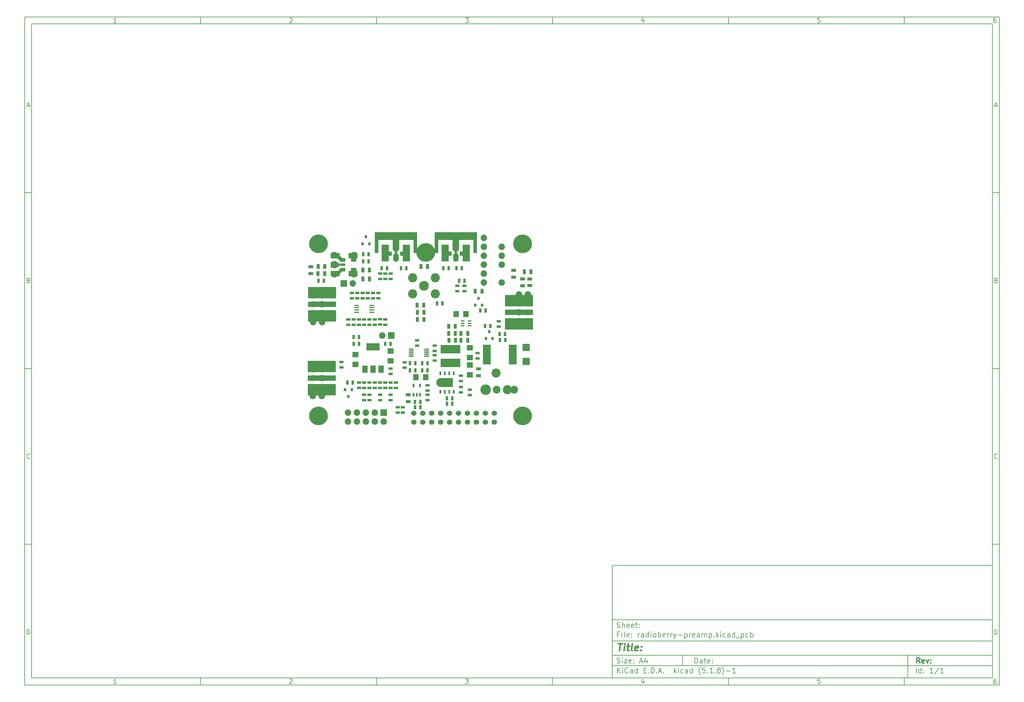
<source format=gts>
%TF.GenerationSoftware,KiCad,Pcbnew,(5.1.8)-1*%
%TF.CreationDate,2020-12-20T16:15:32+01:00*%
%TF.ProjectId,radioberry-preamp,72616469-6f62-4657-9272-792d70726561,rev?*%
%TF.SameCoordinates,Original*%
%TF.FileFunction,Soldermask,Top*%
%TF.FilePolarity,Negative*%
%FSLAX46Y46*%
G04 Gerber Fmt 4.6, Leading zero omitted, Abs format (unit mm)*
G04 Created by KiCad (PCBNEW (5.1.8)-1) date 2020-12-20 16:15:32*
%MOMM*%
%LPD*%
G01*
G04 APERTURE LIST*
%ADD10C,0.100000*%
%ADD11C,0.150000*%
%ADD12C,0.300000*%
%ADD13C,0.400000*%
%ADD14R,1.143000X0.635000*%
%ADD15R,0.635000X1.143000*%
%ADD16C,1.800000*%
%ADD17C,2.100000*%
%ADD18R,2.000000X1.650000*%
%ADD19R,1.650000X1.015000*%
%ADD20R,1.650000X0.760000*%
%ADD21R,2.540000X1.650000*%
%ADD22C,1.850000*%
%ADD23R,1.850000X1.850000*%
%ADD24C,5.300000*%
%ADD25R,1.397000X0.889000*%
%ADD26R,0.889000X1.397000*%
%ADD27R,1.500000X2.000000*%
%ADD28R,3.800000X2.000000*%
%ADD29R,1.800000X1.600000*%
%ADD30C,2.800000*%
%ADD31C,2.600000*%
%ADD32C,2.200000*%
%ADD33C,3.000000*%
%ADD34R,1.600000X1.800000*%
%ADD35R,8.000000X3.300000*%
%ADD36R,8.000000X1.600000*%
%ADD37C,1.524000*%
%ADD38R,1.000000X0.400000*%
%ADD39R,1.400000X0.300000*%
%ADD40R,1.350000X0.400000*%
%ADD41R,0.600000X1.050000*%
%ADD42C,0.500000*%
%ADD43C,2.500000*%
%ADD44R,3.500000X2.600000*%
%ADD45R,0.510000X1.100000*%
%ADD46R,1.900000X4.280000*%
%ADD47R,0.700000X1.400000*%
%ADD48R,0.900000X1.250000*%
%ADD49R,1.000000X4.000000*%
%ADD50R,2.000000X4.800000*%
%ADD51O,1.600000X2.400000*%
%ADD52R,12.000000X2.200000*%
%ADD53R,0.800000X0.900000*%
%ADD54R,5.700000X2.400000*%
%ADD55R,2.300000X5.600000*%
%ADD56R,2.100000X2.000000*%
G04 APERTURE END LIST*
D10*
D11*
X177002200Y-166007200D02*
X177002200Y-198007200D01*
X285002200Y-198007200D01*
X285002200Y-166007200D01*
X177002200Y-166007200D01*
D10*
D11*
X10000000Y-10000000D02*
X10000000Y-200007200D01*
X287002200Y-200007200D01*
X287002200Y-10000000D01*
X10000000Y-10000000D01*
D10*
D11*
X12000000Y-12000000D02*
X12000000Y-198007200D01*
X285002200Y-198007200D01*
X285002200Y-12000000D01*
X12000000Y-12000000D01*
D10*
D11*
X60000000Y-12000000D02*
X60000000Y-10000000D01*
D10*
D11*
X110000000Y-12000000D02*
X110000000Y-10000000D01*
D10*
D11*
X160000000Y-12000000D02*
X160000000Y-10000000D01*
D10*
D11*
X210000000Y-12000000D02*
X210000000Y-10000000D01*
D10*
D11*
X260000000Y-12000000D02*
X260000000Y-10000000D01*
D10*
D11*
X36065476Y-11588095D02*
X35322619Y-11588095D01*
X35694047Y-11588095D02*
X35694047Y-10288095D01*
X35570238Y-10473809D01*
X35446428Y-10597619D01*
X35322619Y-10659523D01*
D10*
D11*
X85322619Y-10411904D02*
X85384523Y-10350000D01*
X85508333Y-10288095D01*
X85817857Y-10288095D01*
X85941666Y-10350000D01*
X86003571Y-10411904D01*
X86065476Y-10535714D01*
X86065476Y-10659523D01*
X86003571Y-10845238D01*
X85260714Y-11588095D01*
X86065476Y-11588095D01*
D10*
D11*
X135260714Y-10288095D02*
X136065476Y-10288095D01*
X135632142Y-10783333D01*
X135817857Y-10783333D01*
X135941666Y-10845238D01*
X136003571Y-10907142D01*
X136065476Y-11030952D01*
X136065476Y-11340476D01*
X136003571Y-11464285D01*
X135941666Y-11526190D01*
X135817857Y-11588095D01*
X135446428Y-11588095D01*
X135322619Y-11526190D01*
X135260714Y-11464285D01*
D10*
D11*
X185941666Y-10721428D02*
X185941666Y-11588095D01*
X185632142Y-10226190D02*
X185322619Y-11154761D01*
X186127380Y-11154761D01*
D10*
D11*
X236003571Y-10288095D02*
X235384523Y-10288095D01*
X235322619Y-10907142D01*
X235384523Y-10845238D01*
X235508333Y-10783333D01*
X235817857Y-10783333D01*
X235941666Y-10845238D01*
X236003571Y-10907142D01*
X236065476Y-11030952D01*
X236065476Y-11340476D01*
X236003571Y-11464285D01*
X235941666Y-11526190D01*
X235817857Y-11588095D01*
X235508333Y-11588095D01*
X235384523Y-11526190D01*
X235322619Y-11464285D01*
D10*
D11*
X285941666Y-10288095D02*
X285694047Y-10288095D01*
X285570238Y-10350000D01*
X285508333Y-10411904D01*
X285384523Y-10597619D01*
X285322619Y-10845238D01*
X285322619Y-11340476D01*
X285384523Y-11464285D01*
X285446428Y-11526190D01*
X285570238Y-11588095D01*
X285817857Y-11588095D01*
X285941666Y-11526190D01*
X286003571Y-11464285D01*
X286065476Y-11340476D01*
X286065476Y-11030952D01*
X286003571Y-10907142D01*
X285941666Y-10845238D01*
X285817857Y-10783333D01*
X285570238Y-10783333D01*
X285446428Y-10845238D01*
X285384523Y-10907142D01*
X285322619Y-11030952D01*
D10*
D11*
X60000000Y-198007200D02*
X60000000Y-200007200D01*
D10*
D11*
X110000000Y-198007200D02*
X110000000Y-200007200D01*
D10*
D11*
X160000000Y-198007200D02*
X160000000Y-200007200D01*
D10*
D11*
X210000000Y-198007200D02*
X210000000Y-200007200D01*
D10*
D11*
X260000000Y-198007200D02*
X260000000Y-200007200D01*
D10*
D11*
X36065476Y-199595295D02*
X35322619Y-199595295D01*
X35694047Y-199595295D02*
X35694047Y-198295295D01*
X35570238Y-198481009D01*
X35446428Y-198604819D01*
X35322619Y-198666723D01*
D10*
D11*
X85322619Y-198419104D02*
X85384523Y-198357200D01*
X85508333Y-198295295D01*
X85817857Y-198295295D01*
X85941666Y-198357200D01*
X86003571Y-198419104D01*
X86065476Y-198542914D01*
X86065476Y-198666723D01*
X86003571Y-198852438D01*
X85260714Y-199595295D01*
X86065476Y-199595295D01*
D10*
D11*
X135260714Y-198295295D02*
X136065476Y-198295295D01*
X135632142Y-198790533D01*
X135817857Y-198790533D01*
X135941666Y-198852438D01*
X136003571Y-198914342D01*
X136065476Y-199038152D01*
X136065476Y-199347676D01*
X136003571Y-199471485D01*
X135941666Y-199533390D01*
X135817857Y-199595295D01*
X135446428Y-199595295D01*
X135322619Y-199533390D01*
X135260714Y-199471485D01*
D10*
D11*
X185941666Y-198728628D02*
X185941666Y-199595295D01*
X185632142Y-198233390D02*
X185322619Y-199161961D01*
X186127380Y-199161961D01*
D10*
D11*
X236003571Y-198295295D02*
X235384523Y-198295295D01*
X235322619Y-198914342D01*
X235384523Y-198852438D01*
X235508333Y-198790533D01*
X235817857Y-198790533D01*
X235941666Y-198852438D01*
X236003571Y-198914342D01*
X236065476Y-199038152D01*
X236065476Y-199347676D01*
X236003571Y-199471485D01*
X235941666Y-199533390D01*
X235817857Y-199595295D01*
X235508333Y-199595295D01*
X235384523Y-199533390D01*
X235322619Y-199471485D01*
D10*
D11*
X285941666Y-198295295D02*
X285694047Y-198295295D01*
X285570238Y-198357200D01*
X285508333Y-198419104D01*
X285384523Y-198604819D01*
X285322619Y-198852438D01*
X285322619Y-199347676D01*
X285384523Y-199471485D01*
X285446428Y-199533390D01*
X285570238Y-199595295D01*
X285817857Y-199595295D01*
X285941666Y-199533390D01*
X286003571Y-199471485D01*
X286065476Y-199347676D01*
X286065476Y-199038152D01*
X286003571Y-198914342D01*
X285941666Y-198852438D01*
X285817857Y-198790533D01*
X285570238Y-198790533D01*
X285446428Y-198852438D01*
X285384523Y-198914342D01*
X285322619Y-199038152D01*
D10*
D11*
X10000000Y-60000000D02*
X12000000Y-60000000D01*
D10*
D11*
X10000000Y-110000000D02*
X12000000Y-110000000D01*
D10*
D11*
X10000000Y-160000000D02*
X12000000Y-160000000D01*
D10*
D11*
X10690476Y-35216666D02*
X11309523Y-35216666D01*
X10566666Y-35588095D02*
X11000000Y-34288095D01*
X11433333Y-35588095D01*
D10*
D11*
X11092857Y-84907142D02*
X11278571Y-84969047D01*
X11340476Y-85030952D01*
X11402380Y-85154761D01*
X11402380Y-85340476D01*
X11340476Y-85464285D01*
X11278571Y-85526190D01*
X11154761Y-85588095D01*
X10659523Y-85588095D01*
X10659523Y-84288095D01*
X11092857Y-84288095D01*
X11216666Y-84350000D01*
X11278571Y-84411904D01*
X11340476Y-84535714D01*
X11340476Y-84659523D01*
X11278571Y-84783333D01*
X11216666Y-84845238D01*
X11092857Y-84907142D01*
X10659523Y-84907142D01*
D10*
D11*
X11402380Y-135464285D02*
X11340476Y-135526190D01*
X11154761Y-135588095D01*
X11030952Y-135588095D01*
X10845238Y-135526190D01*
X10721428Y-135402380D01*
X10659523Y-135278571D01*
X10597619Y-135030952D01*
X10597619Y-134845238D01*
X10659523Y-134597619D01*
X10721428Y-134473809D01*
X10845238Y-134350000D01*
X11030952Y-134288095D01*
X11154761Y-134288095D01*
X11340476Y-134350000D01*
X11402380Y-134411904D01*
D10*
D11*
X10659523Y-185588095D02*
X10659523Y-184288095D01*
X10969047Y-184288095D01*
X11154761Y-184350000D01*
X11278571Y-184473809D01*
X11340476Y-184597619D01*
X11402380Y-184845238D01*
X11402380Y-185030952D01*
X11340476Y-185278571D01*
X11278571Y-185402380D01*
X11154761Y-185526190D01*
X10969047Y-185588095D01*
X10659523Y-185588095D01*
D10*
D11*
X287002200Y-60000000D02*
X285002200Y-60000000D01*
D10*
D11*
X287002200Y-110000000D02*
X285002200Y-110000000D01*
D10*
D11*
X287002200Y-160000000D02*
X285002200Y-160000000D01*
D10*
D11*
X285692676Y-35216666D02*
X286311723Y-35216666D01*
X285568866Y-35588095D02*
X286002200Y-34288095D01*
X286435533Y-35588095D01*
D10*
D11*
X286095057Y-84907142D02*
X286280771Y-84969047D01*
X286342676Y-85030952D01*
X286404580Y-85154761D01*
X286404580Y-85340476D01*
X286342676Y-85464285D01*
X286280771Y-85526190D01*
X286156961Y-85588095D01*
X285661723Y-85588095D01*
X285661723Y-84288095D01*
X286095057Y-84288095D01*
X286218866Y-84350000D01*
X286280771Y-84411904D01*
X286342676Y-84535714D01*
X286342676Y-84659523D01*
X286280771Y-84783333D01*
X286218866Y-84845238D01*
X286095057Y-84907142D01*
X285661723Y-84907142D01*
D10*
D11*
X286404580Y-135464285D02*
X286342676Y-135526190D01*
X286156961Y-135588095D01*
X286033152Y-135588095D01*
X285847438Y-135526190D01*
X285723628Y-135402380D01*
X285661723Y-135278571D01*
X285599819Y-135030952D01*
X285599819Y-134845238D01*
X285661723Y-134597619D01*
X285723628Y-134473809D01*
X285847438Y-134350000D01*
X286033152Y-134288095D01*
X286156961Y-134288095D01*
X286342676Y-134350000D01*
X286404580Y-134411904D01*
D10*
D11*
X285661723Y-185588095D02*
X285661723Y-184288095D01*
X285971247Y-184288095D01*
X286156961Y-184350000D01*
X286280771Y-184473809D01*
X286342676Y-184597619D01*
X286404580Y-184845238D01*
X286404580Y-185030952D01*
X286342676Y-185278571D01*
X286280771Y-185402380D01*
X286156961Y-185526190D01*
X285971247Y-185588095D01*
X285661723Y-185588095D01*
D10*
D11*
X200434342Y-193785771D02*
X200434342Y-192285771D01*
X200791485Y-192285771D01*
X201005771Y-192357200D01*
X201148628Y-192500057D01*
X201220057Y-192642914D01*
X201291485Y-192928628D01*
X201291485Y-193142914D01*
X201220057Y-193428628D01*
X201148628Y-193571485D01*
X201005771Y-193714342D01*
X200791485Y-193785771D01*
X200434342Y-193785771D01*
X202577200Y-193785771D02*
X202577200Y-193000057D01*
X202505771Y-192857200D01*
X202362914Y-192785771D01*
X202077200Y-192785771D01*
X201934342Y-192857200D01*
X202577200Y-193714342D02*
X202434342Y-193785771D01*
X202077200Y-193785771D01*
X201934342Y-193714342D01*
X201862914Y-193571485D01*
X201862914Y-193428628D01*
X201934342Y-193285771D01*
X202077200Y-193214342D01*
X202434342Y-193214342D01*
X202577200Y-193142914D01*
X203077200Y-192785771D02*
X203648628Y-192785771D01*
X203291485Y-192285771D02*
X203291485Y-193571485D01*
X203362914Y-193714342D01*
X203505771Y-193785771D01*
X203648628Y-193785771D01*
X204720057Y-193714342D02*
X204577200Y-193785771D01*
X204291485Y-193785771D01*
X204148628Y-193714342D01*
X204077200Y-193571485D01*
X204077200Y-193000057D01*
X204148628Y-192857200D01*
X204291485Y-192785771D01*
X204577200Y-192785771D01*
X204720057Y-192857200D01*
X204791485Y-193000057D01*
X204791485Y-193142914D01*
X204077200Y-193285771D01*
X205434342Y-193642914D02*
X205505771Y-193714342D01*
X205434342Y-193785771D01*
X205362914Y-193714342D01*
X205434342Y-193642914D01*
X205434342Y-193785771D01*
X205434342Y-192857200D02*
X205505771Y-192928628D01*
X205434342Y-193000057D01*
X205362914Y-192928628D01*
X205434342Y-192857200D01*
X205434342Y-193000057D01*
D10*
D11*
X177002200Y-194507200D02*
X285002200Y-194507200D01*
D10*
D11*
X178434342Y-196585771D02*
X178434342Y-195085771D01*
X179291485Y-196585771D02*
X178648628Y-195728628D01*
X179291485Y-195085771D02*
X178434342Y-195942914D01*
X179934342Y-196585771D02*
X179934342Y-195585771D01*
X179934342Y-195085771D02*
X179862914Y-195157200D01*
X179934342Y-195228628D01*
X180005771Y-195157200D01*
X179934342Y-195085771D01*
X179934342Y-195228628D01*
X181505771Y-196442914D02*
X181434342Y-196514342D01*
X181220057Y-196585771D01*
X181077200Y-196585771D01*
X180862914Y-196514342D01*
X180720057Y-196371485D01*
X180648628Y-196228628D01*
X180577200Y-195942914D01*
X180577200Y-195728628D01*
X180648628Y-195442914D01*
X180720057Y-195300057D01*
X180862914Y-195157200D01*
X181077200Y-195085771D01*
X181220057Y-195085771D01*
X181434342Y-195157200D01*
X181505771Y-195228628D01*
X182791485Y-196585771D02*
X182791485Y-195800057D01*
X182720057Y-195657200D01*
X182577200Y-195585771D01*
X182291485Y-195585771D01*
X182148628Y-195657200D01*
X182791485Y-196514342D02*
X182648628Y-196585771D01*
X182291485Y-196585771D01*
X182148628Y-196514342D01*
X182077200Y-196371485D01*
X182077200Y-196228628D01*
X182148628Y-196085771D01*
X182291485Y-196014342D01*
X182648628Y-196014342D01*
X182791485Y-195942914D01*
X184148628Y-196585771D02*
X184148628Y-195085771D01*
X184148628Y-196514342D02*
X184005771Y-196585771D01*
X183720057Y-196585771D01*
X183577200Y-196514342D01*
X183505771Y-196442914D01*
X183434342Y-196300057D01*
X183434342Y-195871485D01*
X183505771Y-195728628D01*
X183577200Y-195657200D01*
X183720057Y-195585771D01*
X184005771Y-195585771D01*
X184148628Y-195657200D01*
X186005771Y-195800057D02*
X186505771Y-195800057D01*
X186720057Y-196585771D02*
X186005771Y-196585771D01*
X186005771Y-195085771D01*
X186720057Y-195085771D01*
X187362914Y-196442914D02*
X187434342Y-196514342D01*
X187362914Y-196585771D01*
X187291485Y-196514342D01*
X187362914Y-196442914D01*
X187362914Y-196585771D01*
X188077200Y-196585771D02*
X188077200Y-195085771D01*
X188434342Y-195085771D01*
X188648628Y-195157200D01*
X188791485Y-195300057D01*
X188862914Y-195442914D01*
X188934342Y-195728628D01*
X188934342Y-195942914D01*
X188862914Y-196228628D01*
X188791485Y-196371485D01*
X188648628Y-196514342D01*
X188434342Y-196585771D01*
X188077200Y-196585771D01*
X189577200Y-196442914D02*
X189648628Y-196514342D01*
X189577200Y-196585771D01*
X189505771Y-196514342D01*
X189577200Y-196442914D01*
X189577200Y-196585771D01*
X190220057Y-196157200D02*
X190934342Y-196157200D01*
X190077200Y-196585771D02*
X190577200Y-195085771D01*
X191077200Y-196585771D01*
X191577200Y-196442914D02*
X191648628Y-196514342D01*
X191577200Y-196585771D01*
X191505771Y-196514342D01*
X191577200Y-196442914D01*
X191577200Y-196585771D01*
X194577200Y-196585771D02*
X194577200Y-195085771D01*
X194720057Y-196014342D02*
X195148628Y-196585771D01*
X195148628Y-195585771D02*
X194577200Y-196157200D01*
X195791485Y-196585771D02*
X195791485Y-195585771D01*
X195791485Y-195085771D02*
X195720057Y-195157200D01*
X195791485Y-195228628D01*
X195862914Y-195157200D01*
X195791485Y-195085771D01*
X195791485Y-195228628D01*
X197148628Y-196514342D02*
X197005771Y-196585771D01*
X196720057Y-196585771D01*
X196577200Y-196514342D01*
X196505771Y-196442914D01*
X196434342Y-196300057D01*
X196434342Y-195871485D01*
X196505771Y-195728628D01*
X196577200Y-195657200D01*
X196720057Y-195585771D01*
X197005771Y-195585771D01*
X197148628Y-195657200D01*
X198434342Y-196585771D02*
X198434342Y-195800057D01*
X198362914Y-195657200D01*
X198220057Y-195585771D01*
X197934342Y-195585771D01*
X197791485Y-195657200D01*
X198434342Y-196514342D02*
X198291485Y-196585771D01*
X197934342Y-196585771D01*
X197791485Y-196514342D01*
X197720057Y-196371485D01*
X197720057Y-196228628D01*
X197791485Y-196085771D01*
X197934342Y-196014342D01*
X198291485Y-196014342D01*
X198434342Y-195942914D01*
X199791485Y-196585771D02*
X199791485Y-195085771D01*
X199791485Y-196514342D02*
X199648628Y-196585771D01*
X199362914Y-196585771D01*
X199220057Y-196514342D01*
X199148628Y-196442914D01*
X199077200Y-196300057D01*
X199077200Y-195871485D01*
X199148628Y-195728628D01*
X199220057Y-195657200D01*
X199362914Y-195585771D01*
X199648628Y-195585771D01*
X199791485Y-195657200D01*
X202077200Y-197157200D02*
X202005771Y-197085771D01*
X201862914Y-196871485D01*
X201791485Y-196728628D01*
X201720057Y-196514342D01*
X201648628Y-196157200D01*
X201648628Y-195871485D01*
X201720057Y-195514342D01*
X201791485Y-195300057D01*
X201862914Y-195157200D01*
X202005771Y-194942914D01*
X202077200Y-194871485D01*
X203362914Y-195085771D02*
X202648628Y-195085771D01*
X202577200Y-195800057D01*
X202648628Y-195728628D01*
X202791485Y-195657200D01*
X203148628Y-195657200D01*
X203291485Y-195728628D01*
X203362914Y-195800057D01*
X203434342Y-195942914D01*
X203434342Y-196300057D01*
X203362914Y-196442914D01*
X203291485Y-196514342D01*
X203148628Y-196585771D01*
X202791485Y-196585771D01*
X202648628Y-196514342D01*
X202577200Y-196442914D01*
X204077200Y-196442914D02*
X204148628Y-196514342D01*
X204077200Y-196585771D01*
X204005771Y-196514342D01*
X204077200Y-196442914D01*
X204077200Y-196585771D01*
X205577200Y-196585771D02*
X204720057Y-196585771D01*
X205148628Y-196585771D02*
X205148628Y-195085771D01*
X205005771Y-195300057D01*
X204862914Y-195442914D01*
X204720057Y-195514342D01*
X206220057Y-196442914D02*
X206291485Y-196514342D01*
X206220057Y-196585771D01*
X206148628Y-196514342D01*
X206220057Y-196442914D01*
X206220057Y-196585771D01*
X207148628Y-195728628D02*
X207005771Y-195657200D01*
X206934342Y-195585771D01*
X206862914Y-195442914D01*
X206862914Y-195371485D01*
X206934342Y-195228628D01*
X207005771Y-195157200D01*
X207148628Y-195085771D01*
X207434342Y-195085771D01*
X207577200Y-195157200D01*
X207648628Y-195228628D01*
X207720057Y-195371485D01*
X207720057Y-195442914D01*
X207648628Y-195585771D01*
X207577200Y-195657200D01*
X207434342Y-195728628D01*
X207148628Y-195728628D01*
X207005771Y-195800057D01*
X206934342Y-195871485D01*
X206862914Y-196014342D01*
X206862914Y-196300057D01*
X206934342Y-196442914D01*
X207005771Y-196514342D01*
X207148628Y-196585771D01*
X207434342Y-196585771D01*
X207577200Y-196514342D01*
X207648628Y-196442914D01*
X207720057Y-196300057D01*
X207720057Y-196014342D01*
X207648628Y-195871485D01*
X207577200Y-195800057D01*
X207434342Y-195728628D01*
X208220057Y-197157200D02*
X208291485Y-197085771D01*
X208434342Y-196871485D01*
X208505771Y-196728628D01*
X208577200Y-196514342D01*
X208648628Y-196157200D01*
X208648628Y-195871485D01*
X208577200Y-195514342D01*
X208505771Y-195300057D01*
X208434342Y-195157200D01*
X208291485Y-194942914D01*
X208220057Y-194871485D01*
X209362914Y-196014342D02*
X210505771Y-196014342D01*
X212005771Y-196585771D02*
X211148628Y-196585771D01*
X211577200Y-196585771D02*
X211577200Y-195085771D01*
X211434342Y-195300057D01*
X211291485Y-195442914D01*
X211148628Y-195514342D01*
D10*
D11*
X177002200Y-191507200D02*
X285002200Y-191507200D01*
D10*
D12*
X264411485Y-193785771D02*
X263911485Y-193071485D01*
X263554342Y-193785771D02*
X263554342Y-192285771D01*
X264125771Y-192285771D01*
X264268628Y-192357200D01*
X264340057Y-192428628D01*
X264411485Y-192571485D01*
X264411485Y-192785771D01*
X264340057Y-192928628D01*
X264268628Y-193000057D01*
X264125771Y-193071485D01*
X263554342Y-193071485D01*
X265625771Y-193714342D02*
X265482914Y-193785771D01*
X265197200Y-193785771D01*
X265054342Y-193714342D01*
X264982914Y-193571485D01*
X264982914Y-193000057D01*
X265054342Y-192857200D01*
X265197200Y-192785771D01*
X265482914Y-192785771D01*
X265625771Y-192857200D01*
X265697200Y-193000057D01*
X265697200Y-193142914D01*
X264982914Y-193285771D01*
X266197200Y-192785771D02*
X266554342Y-193785771D01*
X266911485Y-192785771D01*
X267482914Y-193642914D02*
X267554342Y-193714342D01*
X267482914Y-193785771D01*
X267411485Y-193714342D01*
X267482914Y-193642914D01*
X267482914Y-193785771D01*
X267482914Y-192857200D02*
X267554342Y-192928628D01*
X267482914Y-193000057D01*
X267411485Y-192928628D01*
X267482914Y-192857200D01*
X267482914Y-193000057D01*
D10*
D11*
X178362914Y-193714342D02*
X178577200Y-193785771D01*
X178934342Y-193785771D01*
X179077200Y-193714342D01*
X179148628Y-193642914D01*
X179220057Y-193500057D01*
X179220057Y-193357200D01*
X179148628Y-193214342D01*
X179077200Y-193142914D01*
X178934342Y-193071485D01*
X178648628Y-193000057D01*
X178505771Y-192928628D01*
X178434342Y-192857200D01*
X178362914Y-192714342D01*
X178362914Y-192571485D01*
X178434342Y-192428628D01*
X178505771Y-192357200D01*
X178648628Y-192285771D01*
X179005771Y-192285771D01*
X179220057Y-192357200D01*
X179862914Y-193785771D02*
X179862914Y-192785771D01*
X179862914Y-192285771D02*
X179791485Y-192357200D01*
X179862914Y-192428628D01*
X179934342Y-192357200D01*
X179862914Y-192285771D01*
X179862914Y-192428628D01*
X180434342Y-192785771D02*
X181220057Y-192785771D01*
X180434342Y-193785771D01*
X181220057Y-193785771D01*
X182362914Y-193714342D02*
X182220057Y-193785771D01*
X181934342Y-193785771D01*
X181791485Y-193714342D01*
X181720057Y-193571485D01*
X181720057Y-193000057D01*
X181791485Y-192857200D01*
X181934342Y-192785771D01*
X182220057Y-192785771D01*
X182362914Y-192857200D01*
X182434342Y-193000057D01*
X182434342Y-193142914D01*
X181720057Y-193285771D01*
X183077200Y-193642914D02*
X183148628Y-193714342D01*
X183077200Y-193785771D01*
X183005771Y-193714342D01*
X183077200Y-193642914D01*
X183077200Y-193785771D01*
X183077200Y-192857200D02*
X183148628Y-192928628D01*
X183077200Y-193000057D01*
X183005771Y-192928628D01*
X183077200Y-192857200D01*
X183077200Y-193000057D01*
X184862914Y-193357200D02*
X185577200Y-193357200D01*
X184720057Y-193785771D02*
X185220057Y-192285771D01*
X185720057Y-193785771D01*
X186862914Y-192785771D02*
X186862914Y-193785771D01*
X186505771Y-192214342D02*
X186148628Y-193285771D01*
X187077200Y-193285771D01*
D10*
D11*
X263434342Y-196585771D02*
X263434342Y-195085771D01*
X264791485Y-196585771D02*
X264791485Y-195085771D01*
X264791485Y-196514342D02*
X264648628Y-196585771D01*
X264362914Y-196585771D01*
X264220057Y-196514342D01*
X264148628Y-196442914D01*
X264077200Y-196300057D01*
X264077200Y-195871485D01*
X264148628Y-195728628D01*
X264220057Y-195657200D01*
X264362914Y-195585771D01*
X264648628Y-195585771D01*
X264791485Y-195657200D01*
X265505771Y-196442914D02*
X265577200Y-196514342D01*
X265505771Y-196585771D01*
X265434342Y-196514342D01*
X265505771Y-196442914D01*
X265505771Y-196585771D01*
X265505771Y-195657200D02*
X265577200Y-195728628D01*
X265505771Y-195800057D01*
X265434342Y-195728628D01*
X265505771Y-195657200D01*
X265505771Y-195800057D01*
X268148628Y-196585771D02*
X267291485Y-196585771D01*
X267720057Y-196585771D02*
X267720057Y-195085771D01*
X267577200Y-195300057D01*
X267434342Y-195442914D01*
X267291485Y-195514342D01*
X269862914Y-195014342D02*
X268577200Y-196942914D01*
X271148628Y-196585771D02*
X270291485Y-196585771D01*
X270720057Y-196585771D02*
X270720057Y-195085771D01*
X270577200Y-195300057D01*
X270434342Y-195442914D01*
X270291485Y-195514342D01*
D10*
D11*
X177002200Y-187507200D02*
X285002200Y-187507200D01*
D10*
D13*
X178714580Y-188211961D02*
X179857438Y-188211961D01*
X179036009Y-190211961D02*
X179286009Y-188211961D01*
X180274104Y-190211961D02*
X180440771Y-188878628D01*
X180524104Y-188211961D02*
X180416961Y-188307200D01*
X180500295Y-188402438D01*
X180607438Y-188307200D01*
X180524104Y-188211961D01*
X180500295Y-188402438D01*
X181107438Y-188878628D02*
X181869342Y-188878628D01*
X181476485Y-188211961D02*
X181262200Y-189926247D01*
X181333628Y-190116723D01*
X181512200Y-190211961D01*
X181702676Y-190211961D01*
X182655057Y-190211961D02*
X182476485Y-190116723D01*
X182405057Y-189926247D01*
X182619342Y-188211961D01*
X184190771Y-190116723D02*
X183988390Y-190211961D01*
X183607438Y-190211961D01*
X183428866Y-190116723D01*
X183357438Y-189926247D01*
X183452676Y-189164342D01*
X183571723Y-188973866D01*
X183774104Y-188878628D01*
X184155057Y-188878628D01*
X184333628Y-188973866D01*
X184405057Y-189164342D01*
X184381247Y-189354819D01*
X183405057Y-189545295D01*
X185155057Y-190021485D02*
X185238390Y-190116723D01*
X185131247Y-190211961D01*
X185047914Y-190116723D01*
X185155057Y-190021485D01*
X185131247Y-190211961D01*
X185286009Y-188973866D02*
X185369342Y-189069104D01*
X185262200Y-189164342D01*
X185178866Y-189069104D01*
X185286009Y-188973866D01*
X185262200Y-189164342D01*
D10*
D11*
X178934342Y-185600057D02*
X178434342Y-185600057D01*
X178434342Y-186385771D02*
X178434342Y-184885771D01*
X179148628Y-184885771D01*
X179720057Y-186385771D02*
X179720057Y-185385771D01*
X179720057Y-184885771D02*
X179648628Y-184957200D01*
X179720057Y-185028628D01*
X179791485Y-184957200D01*
X179720057Y-184885771D01*
X179720057Y-185028628D01*
X180648628Y-186385771D02*
X180505771Y-186314342D01*
X180434342Y-186171485D01*
X180434342Y-184885771D01*
X181791485Y-186314342D02*
X181648628Y-186385771D01*
X181362914Y-186385771D01*
X181220057Y-186314342D01*
X181148628Y-186171485D01*
X181148628Y-185600057D01*
X181220057Y-185457200D01*
X181362914Y-185385771D01*
X181648628Y-185385771D01*
X181791485Y-185457200D01*
X181862914Y-185600057D01*
X181862914Y-185742914D01*
X181148628Y-185885771D01*
X182505771Y-186242914D02*
X182577200Y-186314342D01*
X182505771Y-186385771D01*
X182434342Y-186314342D01*
X182505771Y-186242914D01*
X182505771Y-186385771D01*
X182505771Y-185457200D02*
X182577200Y-185528628D01*
X182505771Y-185600057D01*
X182434342Y-185528628D01*
X182505771Y-185457200D01*
X182505771Y-185600057D01*
X184362914Y-186385771D02*
X184362914Y-185385771D01*
X184362914Y-185671485D02*
X184434342Y-185528628D01*
X184505771Y-185457200D01*
X184648628Y-185385771D01*
X184791485Y-185385771D01*
X185934342Y-186385771D02*
X185934342Y-185600057D01*
X185862914Y-185457200D01*
X185720057Y-185385771D01*
X185434342Y-185385771D01*
X185291485Y-185457200D01*
X185934342Y-186314342D02*
X185791485Y-186385771D01*
X185434342Y-186385771D01*
X185291485Y-186314342D01*
X185220057Y-186171485D01*
X185220057Y-186028628D01*
X185291485Y-185885771D01*
X185434342Y-185814342D01*
X185791485Y-185814342D01*
X185934342Y-185742914D01*
X187291485Y-186385771D02*
X187291485Y-184885771D01*
X187291485Y-186314342D02*
X187148628Y-186385771D01*
X186862914Y-186385771D01*
X186720057Y-186314342D01*
X186648628Y-186242914D01*
X186577200Y-186100057D01*
X186577200Y-185671485D01*
X186648628Y-185528628D01*
X186720057Y-185457200D01*
X186862914Y-185385771D01*
X187148628Y-185385771D01*
X187291485Y-185457200D01*
X188005771Y-186385771D02*
X188005771Y-185385771D01*
X188005771Y-184885771D02*
X187934342Y-184957200D01*
X188005771Y-185028628D01*
X188077200Y-184957200D01*
X188005771Y-184885771D01*
X188005771Y-185028628D01*
X188934342Y-186385771D02*
X188791485Y-186314342D01*
X188720057Y-186242914D01*
X188648628Y-186100057D01*
X188648628Y-185671485D01*
X188720057Y-185528628D01*
X188791485Y-185457200D01*
X188934342Y-185385771D01*
X189148628Y-185385771D01*
X189291485Y-185457200D01*
X189362914Y-185528628D01*
X189434342Y-185671485D01*
X189434342Y-186100057D01*
X189362914Y-186242914D01*
X189291485Y-186314342D01*
X189148628Y-186385771D01*
X188934342Y-186385771D01*
X190077200Y-186385771D02*
X190077200Y-184885771D01*
X190077200Y-185457200D02*
X190220057Y-185385771D01*
X190505771Y-185385771D01*
X190648628Y-185457200D01*
X190720057Y-185528628D01*
X190791485Y-185671485D01*
X190791485Y-186100057D01*
X190720057Y-186242914D01*
X190648628Y-186314342D01*
X190505771Y-186385771D01*
X190220057Y-186385771D01*
X190077200Y-186314342D01*
X192005771Y-186314342D02*
X191862914Y-186385771D01*
X191577200Y-186385771D01*
X191434342Y-186314342D01*
X191362914Y-186171485D01*
X191362914Y-185600057D01*
X191434342Y-185457200D01*
X191577200Y-185385771D01*
X191862914Y-185385771D01*
X192005771Y-185457200D01*
X192077200Y-185600057D01*
X192077200Y-185742914D01*
X191362914Y-185885771D01*
X192720057Y-186385771D02*
X192720057Y-185385771D01*
X192720057Y-185671485D02*
X192791485Y-185528628D01*
X192862914Y-185457200D01*
X193005771Y-185385771D01*
X193148628Y-185385771D01*
X193648628Y-186385771D02*
X193648628Y-185385771D01*
X193648628Y-185671485D02*
X193720057Y-185528628D01*
X193791485Y-185457200D01*
X193934342Y-185385771D01*
X194077200Y-185385771D01*
X194434342Y-185385771D02*
X194791485Y-186385771D01*
X195148628Y-185385771D02*
X194791485Y-186385771D01*
X194648628Y-186742914D01*
X194577200Y-186814342D01*
X194434342Y-186885771D01*
X195720057Y-185814342D02*
X196862914Y-185814342D01*
X197577200Y-185385771D02*
X197577200Y-186885771D01*
X197577200Y-185457200D02*
X197720057Y-185385771D01*
X198005771Y-185385771D01*
X198148628Y-185457200D01*
X198220057Y-185528628D01*
X198291485Y-185671485D01*
X198291485Y-186100057D01*
X198220057Y-186242914D01*
X198148628Y-186314342D01*
X198005771Y-186385771D01*
X197720057Y-186385771D01*
X197577200Y-186314342D01*
X198934342Y-186385771D02*
X198934342Y-185385771D01*
X198934342Y-185671485D02*
X199005771Y-185528628D01*
X199077200Y-185457200D01*
X199220057Y-185385771D01*
X199362914Y-185385771D01*
X200434342Y-186314342D02*
X200291485Y-186385771D01*
X200005771Y-186385771D01*
X199862914Y-186314342D01*
X199791485Y-186171485D01*
X199791485Y-185600057D01*
X199862914Y-185457200D01*
X200005771Y-185385771D01*
X200291485Y-185385771D01*
X200434342Y-185457200D01*
X200505771Y-185600057D01*
X200505771Y-185742914D01*
X199791485Y-185885771D01*
X201791485Y-186385771D02*
X201791485Y-185600057D01*
X201720057Y-185457200D01*
X201577200Y-185385771D01*
X201291485Y-185385771D01*
X201148628Y-185457200D01*
X201791485Y-186314342D02*
X201648628Y-186385771D01*
X201291485Y-186385771D01*
X201148628Y-186314342D01*
X201077200Y-186171485D01*
X201077200Y-186028628D01*
X201148628Y-185885771D01*
X201291485Y-185814342D01*
X201648628Y-185814342D01*
X201791485Y-185742914D01*
X202505771Y-186385771D02*
X202505771Y-185385771D01*
X202505771Y-185528628D02*
X202577200Y-185457200D01*
X202720057Y-185385771D01*
X202934342Y-185385771D01*
X203077200Y-185457200D01*
X203148628Y-185600057D01*
X203148628Y-186385771D01*
X203148628Y-185600057D02*
X203220057Y-185457200D01*
X203362914Y-185385771D01*
X203577200Y-185385771D01*
X203720057Y-185457200D01*
X203791485Y-185600057D01*
X203791485Y-186385771D01*
X204505771Y-185385771D02*
X204505771Y-186885771D01*
X204505771Y-185457200D02*
X204648628Y-185385771D01*
X204934342Y-185385771D01*
X205077200Y-185457200D01*
X205148628Y-185528628D01*
X205220057Y-185671485D01*
X205220057Y-186100057D01*
X205148628Y-186242914D01*
X205077200Y-186314342D01*
X204934342Y-186385771D01*
X204648628Y-186385771D01*
X204505771Y-186314342D01*
X205862914Y-186242914D02*
X205934342Y-186314342D01*
X205862914Y-186385771D01*
X205791485Y-186314342D01*
X205862914Y-186242914D01*
X205862914Y-186385771D01*
X206577200Y-186385771D02*
X206577200Y-184885771D01*
X206720057Y-185814342D02*
X207148628Y-186385771D01*
X207148628Y-185385771D02*
X206577200Y-185957200D01*
X207791485Y-186385771D02*
X207791485Y-185385771D01*
X207791485Y-184885771D02*
X207720057Y-184957200D01*
X207791485Y-185028628D01*
X207862914Y-184957200D01*
X207791485Y-184885771D01*
X207791485Y-185028628D01*
X209148628Y-186314342D02*
X209005771Y-186385771D01*
X208720057Y-186385771D01*
X208577200Y-186314342D01*
X208505771Y-186242914D01*
X208434342Y-186100057D01*
X208434342Y-185671485D01*
X208505771Y-185528628D01*
X208577200Y-185457200D01*
X208720057Y-185385771D01*
X209005771Y-185385771D01*
X209148628Y-185457200D01*
X210434342Y-186385771D02*
X210434342Y-185600057D01*
X210362914Y-185457200D01*
X210220057Y-185385771D01*
X209934342Y-185385771D01*
X209791485Y-185457200D01*
X210434342Y-186314342D02*
X210291485Y-186385771D01*
X209934342Y-186385771D01*
X209791485Y-186314342D01*
X209720057Y-186171485D01*
X209720057Y-186028628D01*
X209791485Y-185885771D01*
X209934342Y-185814342D01*
X210291485Y-185814342D01*
X210434342Y-185742914D01*
X211791485Y-186385771D02*
X211791485Y-184885771D01*
X211791485Y-186314342D02*
X211648628Y-186385771D01*
X211362914Y-186385771D01*
X211220057Y-186314342D01*
X211148628Y-186242914D01*
X211077200Y-186100057D01*
X211077200Y-185671485D01*
X211148628Y-185528628D01*
X211220057Y-185457200D01*
X211362914Y-185385771D01*
X211648628Y-185385771D01*
X211791485Y-185457200D01*
X212148628Y-186528628D02*
X213291485Y-186528628D01*
X213648628Y-185385771D02*
X213648628Y-186885771D01*
X213648628Y-185457200D02*
X213791485Y-185385771D01*
X214077200Y-185385771D01*
X214220057Y-185457200D01*
X214291485Y-185528628D01*
X214362914Y-185671485D01*
X214362914Y-186100057D01*
X214291485Y-186242914D01*
X214220057Y-186314342D01*
X214077200Y-186385771D01*
X213791485Y-186385771D01*
X213648628Y-186314342D01*
X215648628Y-186314342D02*
X215505771Y-186385771D01*
X215220057Y-186385771D01*
X215077200Y-186314342D01*
X215005771Y-186242914D01*
X214934342Y-186100057D01*
X214934342Y-185671485D01*
X215005771Y-185528628D01*
X215077200Y-185457200D01*
X215220057Y-185385771D01*
X215505771Y-185385771D01*
X215648628Y-185457200D01*
X216291485Y-186385771D02*
X216291485Y-184885771D01*
X216291485Y-185457200D02*
X216434342Y-185385771D01*
X216720057Y-185385771D01*
X216862914Y-185457200D01*
X216934342Y-185528628D01*
X217005771Y-185671485D01*
X217005771Y-186100057D01*
X216934342Y-186242914D01*
X216862914Y-186314342D01*
X216720057Y-186385771D01*
X216434342Y-186385771D01*
X216291485Y-186314342D01*
D10*
D11*
X177002200Y-181507200D02*
X285002200Y-181507200D01*
D10*
D11*
X178362914Y-183614342D02*
X178577200Y-183685771D01*
X178934342Y-183685771D01*
X179077200Y-183614342D01*
X179148628Y-183542914D01*
X179220057Y-183400057D01*
X179220057Y-183257200D01*
X179148628Y-183114342D01*
X179077200Y-183042914D01*
X178934342Y-182971485D01*
X178648628Y-182900057D01*
X178505771Y-182828628D01*
X178434342Y-182757200D01*
X178362914Y-182614342D01*
X178362914Y-182471485D01*
X178434342Y-182328628D01*
X178505771Y-182257200D01*
X178648628Y-182185771D01*
X179005771Y-182185771D01*
X179220057Y-182257200D01*
X179862914Y-183685771D02*
X179862914Y-182185771D01*
X180505771Y-183685771D02*
X180505771Y-182900057D01*
X180434342Y-182757200D01*
X180291485Y-182685771D01*
X180077200Y-182685771D01*
X179934342Y-182757200D01*
X179862914Y-182828628D01*
X181791485Y-183614342D02*
X181648628Y-183685771D01*
X181362914Y-183685771D01*
X181220057Y-183614342D01*
X181148628Y-183471485D01*
X181148628Y-182900057D01*
X181220057Y-182757200D01*
X181362914Y-182685771D01*
X181648628Y-182685771D01*
X181791485Y-182757200D01*
X181862914Y-182900057D01*
X181862914Y-183042914D01*
X181148628Y-183185771D01*
X183077200Y-183614342D02*
X182934342Y-183685771D01*
X182648628Y-183685771D01*
X182505771Y-183614342D01*
X182434342Y-183471485D01*
X182434342Y-182900057D01*
X182505771Y-182757200D01*
X182648628Y-182685771D01*
X182934342Y-182685771D01*
X183077200Y-182757200D01*
X183148628Y-182900057D01*
X183148628Y-183042914D01*
X182434342Y-183185771D01*
X183577200Y-182685771D02*
X184148628Y-182685771D01*
X183791485Y-182185771D02*
X183791485Y-183471485D01*
X183862914Y-183614342D01*
X184005771Y-183685771D01*
X184148628Y-183685771D01*
X184648628Y-183542914D02*
X184720057Y-183614342D01*
X184648628Y-183685771D01*
X184577200Y-183614342D01*
X184648628Y-183542914D01*
X184648628Y-183685771D01*
X184648628Y-182757200D02*
X184720057Y-182828628D01*
X184648628Y-182900057D01*
X184577200Y-182828628D01*
X184648628Y-182757200D01*
X184648628Y-182900057D01*
D10*
D11*
X197002200Y-191507200D02*
X197002200Y-194507200D01*
D10*
D11*
X261002200Y-191507200D02*
X261002200Y-198007200D01*
D14*
%TO.C,C123*%
X144700000Y-96576000D03*
X144700000Y-98100000D03*
%TD*%
D15*
%TO.C,C122*%
X146500000Y-100200000D03*
X144976000Y-100200000D03*
%TD*%
%TO.C,C121*%
X146562000Y-101900000D03*
X145038000Y-101900000D03*
%TD*%
D14*
%TO.C,C120*%
X138700000Y-107100000D03*
X138700000Y-105576000D03*
%TD*%
D15*
%TO.C,C119*%
X142362000Y-97900000D03*
X140838000Y-97900000D03*
%TD*%
D16*
%TO.C,T302*%
X103594000Y-77706000D03*
X103594000Y-83294000D03*
X98006000Y-83294000D03*
D17*
X98006000Y-80500000D03*
D16*
X98006000Y-77706000D03*
D18*
X97990000Y-80500000D03*
D10*
G36*
X100237107Y-78595000D02*
G01*
X99530000Y-79302107D01*
X98822893Y-78595000D01*
X99530000Y-77887893D01*
X100237107Y-78595000D01*
G37*
G36*
X100237107Y-82405000D02*
G01*
X99530000Y-83112107D01*
X98822893Y-82405000D01*
X99530000Y-81697893D01*
X100237107Y-82405000D01*
G37*
D19*
X100350000Y-79102500D03*
D20*
X100350000Y-80500000D03*
D19*
X100350000Y-81897500D03*
X103530000Y-79102500D03*
X103530000Y-81897500D03*
D21*
X98260000Y-77960000D03*
D10*
G36*
X99530000Y-80880000D02*
G01*
X96990000Y-81330000D01*
X96990000Y-79670000D01*
X99530000Y-80120000D01*
X99530000Y-80880000D01*
G37*
D21*
X98260000Y-83040000D03*
X103340000Y-77960000D03*
X103340000Y-83040000D03*
%TD*%
D22*
%TO.C,DB202*%
X111660000Y-100600000D03*
D23*
X114200000Y-100600000D03*
%TD*%
D22*
%TO.C,DB201*%
X103240000Y-85800000D03*
D23*
X100700000Y-85800000D03*
%TD*%
D14*
%TO.C,J207*%
X117500000Y-122524000D03*
X117500000Y-121000000D03*
%TD*%
D15*
%TO.C,J206*%
X122500000Y-119500000D03*
X120976000Y-119500000D03*
%TD*%
D14*
%TO.C,J205*%
X116000000Y-122524000D03*
X116000000Y-121000000D03*
%TD*%
D15*
%TO.C,J204*%
X122500000Y-121000000D03*
X120976000Y-121000000D03*
%TD*%
D24*
%TO.C,MH5*%
X124000000Y-77000000D03*
%TD*%
D25*
%TO.C,R302*%
X153500000Y-84500000D03*
X153500000Y-86405000D03*
%TD*%
D26*
%TO.C,R301*%
X152000000Y-82500000D03*
X153905000Y-82500000D03*
%TD*%
D25*
%TO.C,C302*%
X151500000Y-86452500D03*
X151500000Y-84547500D03*
%TD*%
%TO.C,C301*%
X149000000Y-82095000D03*
X149000000Y-84000000D03*
%TD*%
D27*
%TO.C,IC101*%
X106700000Y-110150063D03*
X109000000Y-110150063D03*
X111300001Y-110150063D03*
D28*
X109000000Y-103850062D03*
%TD*%
D29*
%TO.C,C118*%
X104000000Y-108800000D03*
X104000000Y-106000000D03*
%TD*%
D15*
%TO.C,C117*%
X103476000Y-101000000D03*
X105000000Y-101000000D03*
%TD*%
%TO.C,C116*%
X114000000Y-103000000D03*
X112476000Y-103000000D03*
%TD*%
%TO.C,C115*%
X103500000Y-103000000D03*
X105024000Y-103000000D03*
%TD*%
D14*
%TO.C,C114*%
X114000000Y-111524000D03*
X114000000Y-110000000D03*
%TD*%
D29*
%TO.C,C113*%
X114000000Y-105000000D03*
X114000000Y-107800000D03*
%TD*%
D30*
%TO.C,T301*%
X123500000Y-86500000D03*
D31*
X120300000Y-84200000D03*
X126700000Y-84200000D03*
X126700000Y-88800000D03*
X120300000Y-88800000D03*
%TD*%
D26*
%TO.C,R310*%
X95300000Y-81000000D03*
X93395000Y-81000000D03*
%TD*%
D25*
%TO.C,R309*%
X91300000Y-83000000D03*
X91300000Y-81095000D03*
%TD*%
D26*
%TO.C,R307*%
X93347500Y-83000000D03*
X95252500Y-83000000D03*
%TD*%
D15*
%TO.C,C202*%
X106238000Y-77500000D03*
X107762000Y-77500000D03*
%TD*%
D32*
%TO.C,CN101*%
X149100000Y-116000000D03*
X144100000Y-116000000D03*
D31*
X144000000Y-111300000D03*
X147150000Y-116000000D03*
D33*
X141000000Y-116000000D03*
%TD*%
D25*
%TO.C,C111*%
X119000000Y-119405000D03*
X119000000Y-117500000D03*
%TD*%
D34*
%TO.C,C110*%
X124000000Y-112500000D03*
X121200000Y-112500000D03*
%TD*%
D26*
%TO.C,C109*%
X135905000Y-102000000D03*
X134000000Y-102000000D03*
%TD*%
%TO.C,C108*%
X135905000Y-100000000D03*
X134000000Y-100000000D03*
%TD*%
%TO.C,C107*%
X130500000Y-98000000D03*
X132405000Y-98000000D03*
%TD*%
%TO.C,C106*%
X130500000Y-100000000D03*
X132405000Y-100000000D03*
%TD*%
%TO.C,C105*%
X130547500Y-102000000D03*
X132452500Y-102000000D03*
%TD*%
D25*
%TO.C,C103*%
X139000000Y-110095000D03*
X139000000Y-112000000D03*
%TD*%
D29*
%TO.C,C102*%
X136500000Y-109000000D03*
X136500000Y-111800000D03*
%TD*%
%TO.C,C101*%
X136500000Y-106900000D03*
X136500000Y-104100000D03*
%TD*%
D22*
%TO.C,DB203*%
X101920000Y-125040000D03*
X101920000Y-122500000D03*
X104460000Y-125040000D03*
X104460000Y-122500000D03*
X107000000Y-125040000D03*
X107000000Y-122500000D03*
X109540000Y-125040000D03*
X109540000Y-122500000D03*
X112080000Y-125040000D03*
D23*
X112080000Y-122500000D03*
%TD*%
D22*
%TO.C,RF303*%
X97040000Y-89160000D03*
X97040000Y-94240000D03*
X94500000Y-96780000D03*
D16*
X91960000Y-91700000D03*
D22*
X91960000Y-89160000D03*
X91960000Y-94240000D03*
X94500000Y-94240000D03*
X94500000Y-89160000D03*
X94500000Y-91700000D03*
D35*
X94500000Y-88400000D03*
X94500000Y-95000000D03*
D36*
X94500000Y-91700000D03*
D22*
X91960000Y-96780000D03*
%TD*%
%TO.C,RF302*%
X147960000Y-96540000D03*
X147960000Y-91460000D03*
X150500000Y-88920000D03*
D16*
X153040000Y-94000000D03*
D22*
X153040000Y-96540000D03*
X153040000Y-91460000D03*
X150500000Y-91460000D03*
X150500000Y-96540000D03*
X150500000Y-94000000D03*
D35*
X150500000Y-97300000D03*
X150500000Y-90700000D03*
D36*
X150500000Y-94000000D03*
D22*
X153040000Y-88920000D03*
%TD*%
%TO.C,RF301*%
X96940000Y-110160000D03*
X96940000Y-115240000D03*
X94400000Y-117780000D03*
D16*
X91860000Y-112700000D03*
D22*
X91860000Y-110160000D03*
X91860000Y-115240000D03*
X94400000Y-115240000D03*
X94400000Y-110160000D03*
X94400000Y-112700000D03*
D35*
X94400000Y-109400000D03*
X94400000Y-116000000D03*
D36*
X94400000Y-112700000D03*
D22*
X91860000Y-117780000D03*
%TD*%
D37*
%TO.C,JP201*%
X143430000Y-125270000D03*
X143430000Y-122730000D03*
X140890000Y-125270000D03*
X140890000Y-122730000D03*
X138350000Y-125270000D03*
X138350000Y-122730000D03*
X135810000Y-125270000D03*
X135810000Y-122730000D03*
X133270000Y-125270000D03*
X133270000Y-122730000D03*
X130730000Y-125270000D03*
X130730000Y-122730000D03*
X128190000Y-125270000D03*
X128190000Y-122730000D03*
X125650000Y-125270000D03*
X125650000Y-122730000D03*
X123110000Y-125270000D03*
X123110000Y-122730000D03*
X120570000Y-125270000D03*
X120570000Y-122730000D03*
%TD*%
D24*
%TO.C,MH4*%
X151500000Y-123500000D03*
%TD*%
%TO.C,MH3*%
X151500000Y-74500000D03*
%TD*%
%TO.C,MH2*%
X93500000Y-123500000D03*
%TD*%
%TO.C,MH1*%
X93500000Y-74500000D03*
%TD*%
D38*
%TO.C,U301*%
X136450000Y-96500000D03*
X136450000Y-97150000D03*
X136450000Y-97800000D03*
X134500000Y-97800000D03*
X134500000Y-97150000D03*
X134500000Y-96500000D03*
%TD*%
D39*
%TO.C,U202*%
X119800000Y-106500000D03*
X124200000Y-106500000D03*
X119800000Y-106000000D03*
X124200000Y-106000000D03*
X119800000Y-105500000D03*
X124200000Y-105500000D03*
X119800000Y-105000000D03*
X124200000Y-105000000D03*
X119800000Y-104500000D03*
X124200000Y-104500000D03*
%TD*%
D40*
%TO.C,U201*%
X108650000Y-92025000D03*
X104350000Y-92025000D03*
X108650000Y-92675000D03*
X104350000Y-92675000D03*
X108650000Y-93325000D03*
X104350000Y-93325000D03*
X108650000Y-93975000D03*
X104350000Y-93975000D03*
%TD*%
D41*
%TO.C,U102*%
X120500000Y-114800000D03*
X122400000Y-114800000D03*
X122400000Y-117500000D03*
X121450000Y-117500000D03*
X120500000Y-117500000D03*
%TD*%
D42*
%TO.C,U101*%
X130200000Y-114000000D03*
D43*
X128200000Y-114000000D03*
D44*
X130000000Y-114000000D03*
D45*
X131905000Y-116650000D03*
X131905000Y-111350000D03*
X130635000Y-116650000D03*
X130635000Y-111350000D03*
X129365000Y-116650000D03*
X129365000Y-111350000D03*
X128095000Y-116650000D03*
X128095000Y-111350000D03*
D42*
X131200000Y-114000000D03*
%TD*%
D26*
%TO.C,R312*%
X106095000Y-82000000D03*
X108000000Y-82000000D03*
%TD*%
D15*
%TO.C,R311*%
X129000000Y-81500000D03*
X130524000Y-81500000D03*
%TD*%
D26*
%TO.C,R306*%
X106095000Y-84500000D03*
X108000000Y-84500000D03*
%TD*%
D15*
%TO.C,R304*%
X111476000Y-81500000D03*
X113000000Y-81500000D03*
%TD*%
D34*
%TO.C,R303*%
X135400000Y-94500000D03*
X132600000Y-94500000D03*
%TD*%
D14*
%TO.C,R221*%
X108000000Y-119024000D03*
X108000000Y-117500000D03*
%TD*%
%TO.C,R220*%
X106500000Y-119024000D03*
X106500000Y-117500000D03*
%TD*%
D15*
%TO.C,R219*%
X103262000Y-114000000D03*
X101738000Y-114000000D03*
%TD*%
D14*
%TO.C,R218*%
X106500000Y-114000000D03*
X106500000Y-115524000D03*
%TD*%
%TO.C,R217*%
X108000000Y-113976000D03*
X108000000Y-115500000D03*
%TD*%
D15*
%TO.C,R216*%
X139476000Y-93500000D03*
X141000000Y-93500000D03*
%TD*%
D14*
%TO.C,R215*%
X126500000Y-105024000D03*
X126500000Y-103500000D03*
%TD*%
D15*
%TO.C,R214*%
X119476000Y-108500000D03*
X121000000Y-108500000D03*
%TD*%
D14*
%TO.C,R213*%
X126500000Y-107762000D03*
X126500000Y-106238000D03*
%TD*%
%TO.C,R212*%
X118000000Y-109762000D03*
X118000000Y-108238000D03*
%TD*%
D15*
%TO.C,R211*%
X122976000Y-108500000D03*
X124500000Y-108500000D03*
%TD*%
%TO.C,R210*%
X121024000Y-110500000D03*
X119500000Y-110500000D03*
%TD*%
D14*
%TO.C,R209*%
X108000000Y-96000000D03*
X108000000Y-97524000D03*
%TD*%
%TO.C,R208*%
X112500000Y-96000000D03*
X112500000Y-97524000D03*
%TD*%
%TO.C,R207*%
X111000000Y-119024000D03*
X111000000Y-117500000D03*
%TD*%
%TO.C,R206*%
X109000000Y-90024000D03*
X109000000Y-88500000D03*
%TD*%
%TO.C,R205*%
X110500000Y-88500000D03*
X110500000Y-90024000D03*
%TD*%
%TO.C,R204*%
X114000000Y-119024000D03*
X114000000Y-117500000D03*
%TD*%
%TO.C,R203*%
X103000000Y-90000000D03*
X103000000Y-88476000D03*
%TD*%
%TO.C,R202*%
X114000000Y-114000000D03*
X114000000Y-115524000D03*
%TD*%
%TO.C,R201*%
X111000000Y-113976000D03*
X111000000Y-115500000D03*
%TD*%
%TO.C,R104*%
X124500000Y-116262000D03*
X124500000Y-114738000D03*
%TD*%
%TO.C,R103*%
X134000000Y-116762000D03*
X134000000Y-115238000D03*
%TD*%
%TO.C,R102*%
X134000000Y-113524000D03*
X134000000Y-112000000D03*
%TD*%
D15*
%TO.C,R101*%
X130000000Y-118500000D03*
X131524000Y-118500000D03*
%TD*%
D46*
%TO.C,Q302*%
X132500000Y-74000000D03*
D10*
G36*
X133450000Y-76137500D02*
G01*
X132925000Y-76662500D01*
X132075000Y-76662500D01*
X131550000Y-76137500D01*
X133450000Y-76137500D01*
G37*
D47*
X132500000Y-77300000D03*
D48*
X130900000Y-77300000D03*
D49*
X138000000Y-75200000D03*
X127000000Y-75200000D03*
D50*
X135500000Y-77200000D03*
X129500000Y-77200000D03*
D51*
X132500000Y-78400000D03*
D48*
X134100000Y-77300000D03*
D52*
X132500000Y-72300000D03*
D42*
X127800000Y-73000000D03*
X132500000Y-76500000D03*
X131800000Y-76000000D03*
X133200000Y-76000000D03*
X132500000Y-75500000D03*
X132500000Y-74500000D03*
X133200000Y-75000000D03*
X131800000Y-75000000D03*
X132500000Y-73500000D03*
X133200000Y-74000000D03*
X131800000Y-74000000D03*
X132500000Y-72500000D03*
X128800000Y-73000000D03*
X129800000Y-73000000D03*
X130800000Y-73000000D03*
X131800000Y-73000000D03*
X131800000Y-72000000D03*
X130800000Y-72000000D03*
X129800000Y-72000000D03*
X128800000Y-72000000D03*
X127800000Y-72000000D03*
X133200000Y-72000000D03*
X134200000Y-72000000D03*
X135200000Y-72000000D03*
X136200000Y-72000000D03*
X137200000Y-72000000D03*
X137200000Y-73000000D03*
X136200000Y-73000000D03*
X135200000Y-73000000D03*
X134200000Y-73000000D03*
X133200000Y-73000000D03*
%TD*%
%TO.C,Q301*%
X116200000Y-73000000D03*
X117200000Y-73000000D03*
X118200000Y-73000000D03*
X119200000Y-73000000D03*
X120200000Y-73000000D03*
X120200000Y-72000000D03*
X119200000Y-72000000D03*
X118200000Y-72000000D03*
X117200000Y-72000000D03*
X116200000Y-72000000D03*
X110800000Y-72000000D03*
X111800000Y-72000000D03*
X112800000Y-72000000D03*
X113800000Y-72000000D03*
X114800000Y-72000000D03*
X114800000Y-73000000D03*
X113800000Y-73000000D03*
X112800000Y-73000000D03*
X111800000Y-73000000D03*
X115500000Y-72500000D03*
X114800000Y-74000000D03*
X116200000Y-74000000D03*
X115500000Y-73500000D03*
X114800000Y-75000000D03*
X116200000Y-75000000D03*
X115500000Y-74500000D03*
X115500000Y-75500000D03*
X116200000Y-76000000D03*
X114800000Y-76000000D03*
X115500000Y-76500000D03*
X110800000Y-73000000D03*
D52*
X115500000Y-72300000D03*
D48*
X117100000Y-77300000D03*
D51*
X115500000Y-78400000D03*
D50*
X112500000Y-77200000D03*
X118500000Y-77200000D03*
D49*
X110000000Y-75200000D03*
X121000000Y-75200000D03*
D48*
X113900000Y-77300000D03*
D47*
X115500000Y-77300000D03*
D10*
G36*
X116450000Y-76137500D02*
G01*
X115925000Y-76662500D01*
X115075000Y-76662500D01*
X114550000Y-76137500D01*
X116450000Y-76137500D01*
G37*
D46*
X115500000Y-74000000D03*
%TD*%
D53*
%TO.C,Q203*%
X101050000Y-116000000D03*
X102000000Y-118000000D03*
X102950000Y-116000000D03*
%TD*%
%TO.C,Q202*%
X139950000Y-92000000D03*
X139000000Y-90000000D03*
X138050000Y-92000000D03*
%TD*%
%TO.C,Q201*%
X107950000Y-74500000D03*
X107000000Y-72500000D03*
X106050000Y-74500000D03*
%TD*%
%TO.C,Q101*%
X142950000Y-101500000D03*
X142000000Y-99500000D03*
X141050000Y-101500000D03*
%TD*%
D54*
%TO.C,L101*%
X131000000Y-108400000D03*
X131000000Y-104500000D03*
%TD*%
D22*
%TO.C,K301*%
X140460000Y-72880000D03*
X140460000Y-83040000D03*
X145540000Y-85580000D03*
X145540000Y-80500000D03*
X145540000Y-77960000D03*
X145540000Y-75420000D03*
X140460000Y-75420000D03*
X140460000Y-77960000D03*
X140460000Y-80500000D03*
X140460000Y-85580000D03*
%TD*%
D14*
%TO.C,J302*%
X135000000Y-88024000D03*
X135000000Y-86500000D03*
%TD*%
%TO.C,J301*%
X112500000Y-84524000D03*
X112500000Y-83000000D03*
%TD*%
%TO.C,J203*%
X105000000Y-97524000D03*
X105000000Y-96000000D03*
%TD*%
%TO.C,J202*%
X109500000Y-97524000D03*
X109500000Y-96000000D03*
%TD*%
%TO.C,J201*%
X106000000Y-88500000D03*
X106000000Y-90024000D03*
%TD*%
%TO.C,FB201*%
X103500000Y-96000000D03*
X103500000Y-97524000D03*
%TD*%
%TO.C,FB102*%
X124500000Y-117500000D03*
X124500000Y-119024000D03*
%TD*%
D15*
%TO.C,FB101*%
X130000000Y-120000000D03*
X131524000Y-120000000D03*
%TD*%
D55*
%TO.C,F101*%
X148700000Y-106000000D03*
X141300000Y-106000000D03*
%TD*%
D56*
%TO.C,D101*%
X152500000Y-107980000D03*
X152500000Y-104020000D03*
%TD*%
D26*
%TO.C,C312*%
X124500000Y-80952500D03*
X122595000Y-80952500D03*
%TD*%
%TO.C,C310*%
X138047500Y-88000000D03*
X139952500Y-88000000D03*
%TD*%
%TO.C,C309*%
X121595000Y-96000000D03*
X123500000Y-96000000D03*
%TD*%
%TO.C,C308*%
X121595000Y-94000000D03*
X123500000Y-94000000D03*
%TD*%
%TO.C,C307*%
X121500000Y-92000000D03*
X123405000Y-92000000D03*
%TD*%
D14*
%TO.C,C211*%
X105000000Y-114000000D03*
X105000000Y-115524000D03*
%TD*%
%TO.C,C210*%
X109500000Y-114000000D03*
X109500000Y-115524000D03*
%TD*%
%TO.C,C208*%
X106500000Y-97524000D03*
X106500000Y-96000000D03*
%TD*%
%TO.C,C207*%
X111000000Y-97500000D03*
X111000000Y-95976000D03*
%TD*%
%TO.C,C205*%
X115500000Y-113976000D03*
X115500000Y-115500000D03*
%TD*%
%TO.C,C204*%
X112500000Y-114000000D03*
X112500000Y-115524000D03*
%TD*%
%TO.C,C203*%
X107500000Y-88500000D03*
X107500000Y-90024000D03*
%TD*%
%TO.C,C201*%
X104500000Y-88500000D03*
X104500000Y-90024000D03*
%TD*%
D15*
%TO.C,C112*%
X124500000Y-110500000D03*
X122976000Y-110500000D03*
%TD*%
D14*
%TO.C,C104*%
X136500000Y-117524000D03*
X136500000Y-116000000D03*
%TD*%
%TO.C,C323*%
X133000000Y-86500000D03*
X133000000Y-88024000D03*
%TD*%
D15*
%TO.C,C322*%
X133476000Y-85000000D03*
X135000000Y-85000000D03*
%TD*%
%TO.C,C321*%
X132738000Y-81500000D03*
X134262000Y-81500000D03*
%TD*%
D14*
%TO.C,C320*%
X114000000Y-84500000D03*
X114000000Y-82976000D03*
%TD*%
D15*
%TO.C,C318*%
X95062000Y-85000000D03*
X93538000Y-85000000D03*
%TD*%
D14*
%TO.C,C313*%
X111000000Y-84524000D03*
X111000000Y-83000000D03*
%TD*%
D15*
%TO.C,C319*%
X127238000Y-91500000D03*
X128762000Y-91500000D03*
%TD*%
%TO.C,C311*%
X116976000Y-81500000D03*
X118500000Y-81500000D03*
%TD*%
D14*
%TO.C,C304*%
X100000000Y-109662000D03*
X100000000Y-108138000D03*
%TD*%
D15*
%TO.C,C303*%
X107762000Y-79500000D03*
X106238000Y-79500000D03*
%TD*%
D14*
%TO.C,C209*%
X121500000Y-102000000D03*
X121500000Y-103524000D03*
%TD*%
%TO.C,C206*%
X102000000Y-97524000D03*
X102000000Y-96000000D03*
%TD*%
M02*

</source>
